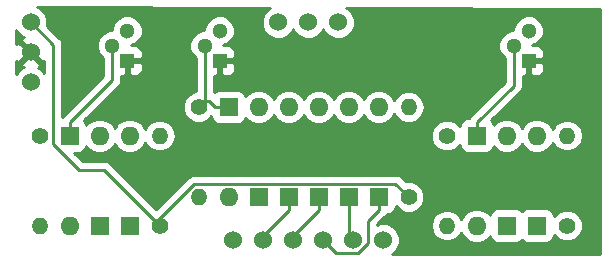
<source format=gbr>
G04 #@! TF.GenerationSoftware,KiCad,Pcbnew,(5.0.0)*
G04 #@! TF.CreationDate,2019-01-17T16:22:04+00:00*
G04 #@! TF.ProjectId,LS03,4C5330332E6B696361645F7063620000,rev?*
G04 #@! TF.SameCoordinates,Original*
G04 #@! TF.FileFunction,Copper,L2,Bot,Signal*
G04 #@! TF.FilePolarity,Positive*
%FSLAX46Y46*%
G04 Gerber Fmt 4.6, Leading zero omitted, Abs format (unit mm)*
G04 Created by KiCad (PCBNEW (5.0.0)) date 01/17/19 16:22:04*
%MOMM*%
%LPD*%
G01*
G04 APERTURE LIST*
G04 #@! TA.AperFunction,ComponentPad*
%ADD10R,1.600000X1.600000*%
G04 #@! TD*
G04 #@! TA.AperFunction,ComponentPad*
%ADD11O,1.600000X1.600000*%
G04 #@! TD*
G04 #@! TA.AperFunction,ComponentPad*
%ADD12C,1.524000*%
G04 #@! TD*
G04 #@! TA.AperFunction,ComponentPad*
%ADD13C,1.400000*%
G04 #@! TD*
G04 #@! TA.AperFunction,ComponentPad*
%ADD14O,1.400000X1.400000*%
G04 #@! TD*
G04 #@! TA.AperFunction,ComponentPad*
%ADD15R,1.300000X1.300000*%
G04 #@! TD*
G04 #@! TA.AperFunction,ComponentPad*
%ADD16C,1.300000*%
G04 #@! TD*
G04 #@! TA.AperFunction,Conductor*
%ADD17C,0.250000*%
G04 #@! TD*
G04 #@! TA.AperFunction,Conductor*
%ADD18C,0.254000*%
G04 #@! TD*
G04 APERTURE END LIST*
D10*
G04 #@! TO.P,D1,1*
G04 #@! TO.N,1*
X139827000Y-55943500D03*
D11*
G04 #@! TO.P,D1,2*
G04 #@! TO.N,Net-(D1-Pad2)*
X139827000Y-48323500D03*
G04 #@! TD*
G04 #@! TO.P,D2,2*
G04 #@! TO.N,Net-(D2-Pad2)*
X153289000Y-45910500D03*
D10*
G04 #@! TO.P,D2,1*
G04 #@! TO.N,2*
X153289000Y-53530500D03*
G04 #@! TD*
G04 #@! TO.P,D3,1*
G04 #@! TO.N,3*
X155829000Y-53530500D03*
D11*
G04 #@! TO.P,D3,2*
G04 #@! TO.N,Net-(D2-Pad2)*
X155829000Y-45910500D03*
G04 #@! TD*
G04 #@! TO.P,D4,2*
G04 #@! TO.N,Net-(D2-Pad2)*
X158369000Y-45910500D03*
D10*
G04 #@! TO.P,D4,1*
G04 #@! TO.N,5*
X158369000Y-53530500D03*
G04 #@! TD*
D11*
G04 #@! TO.P,D5,2*
G04 #@! TO.N,Net-(D2-Pad2)*
X160909000Y-45910500D03*
D10*
G04 #@! TO.P,D5,1*
G04 #@! TO.N,4*
X160909000Y-53530500D03*
G04 #@! TD*
G04 #@! TO.P,D6,1*
G04 #@! TO.N,6*
X174308000Y-55943500D03*
D11*
G04 #@! TO.P,D6,2*
G04 #@! TO.N,Net-(D11-Pad2)*
X174308000Y-48323500D03*
G04 #@! TD*
D10*
G04 #@! TO.P,D7,1*
G04 #@! TO.N,Net-(D7-Pad1)*
X137287000Y-55943500D03*
D11*
G04 #@! TO.P,D7,2*
G04 #@! TO.N,Net-(D1-Pad2)*
X137287000Y-48323500D03*
G04 #@! TD*
G04 #@! TO.P,D8,2*
G04 #@! TO.N,Net-(D7-Pad1)*
X134747000Y-55943500D03*
D10*
G04 #@! TO.P,D8,1*
G04 #@! TO.N,Net-(D8-Pad1)*
X134747000Y-48323500D03*
G04 #@! TD*
G04 #@! TO.P,D9,1*
G04 #@! TO.N,Net-(D10-Pad2)*
X150749000Y-53530500D03*
D11*
G04 #@! TO.P,D9,2*
G04 #@! TO.N,Net-(D2-Pad2)*
X150749000Y-45910500D03*
G04 #@! TD*
G04 #@! TO.P,D10,2*
G04 #@! TO.N,Net-(D10-Pad2)*
X148209000Y-53530500D03*
D10*
G04 #@! TO.P,D10,1*
G04 #@! TO.N,Net-(D10-Pad1)*
X148209000Y-45910500D03*
G04 #@! TD*
D11*
G04 #@! TO.P,D11,2*
G04 #@! TO.N,Net-(D11-Pad2)*
X171768000Y-48323500D03*
D10*
G04 #@! TO.P,D11,1*
G04 #@! TO.N,Net-(D11-Pad1)*
X171768000Y-55943500D03*
G04 #@! TD*
G04 #@! TO.P,D12,1*
G04 #@! TO.N,Net-(D12-Pad1)*
X169228000Y-48323500D03*
D11*
G04 #@! TO.P,D12,2*
G04 #@! TO.N,Net-(D11-Pad1)*
X169228000Y-55943500D03*
G04 #@! TD*
D12*
G04 #@! TO.P,J1,21*
G04 #@! TO.N,+6v*
X131457000Y-38746500D03*
G04 #@! TO.P,J1,22*
G04 #@! TO.N,0v*
X131457000Y-41286500D03*
G04 #@! TO.P,J1,23*
G04 #@! TO.N,-6v*
X131457000Y-43826500D03*
G04 #@! TO.P,J1,1*
G04 #@! TO.N,1*
X148602000Y-57161500D03*
G04 #@! TO.P,J1,2*
G04 #@! TO.N,2*
X151142000Y-57161500D03*
G04 #@! TO.P,J1,3*
G04 #@! TO.N,3*
X153682000Y-57161500D03*
G04 #@! TO.P,J1,4*
G04 #@! TO.N,4*
X156222000Y-57161500D03*
G04 #@! TO.P,J1,5*
G04 #@! TO.N,5*
X158762000Y-57161500D03*
G04 #@! TO.P,J1,6*
G04 #@! TO.N,6*
X161302000Y-57161500D03*
G04 #@! TO.P,J1,11*
G04 #@! TO.N,11*
X152412000Y-38746500D03*
G04 #@! TO.P,J1,12*
G04 #@! TO.N,12*
X154952000Y-38746500D03*
G04 #@! TO.P,J1,13*
G04 #@! TO.N,13*
X157492000Y-38746500D03*
G04 #@! TD*
D13*
G04 #@! TO.P,R1,1*
G04 #@! TO.N,Net-(D8-Pad1)*
X132207000Y-48323500D03*
D14*
G04 #@! TO.P,R1,2*
G04 #@! TO.N,-6v*
X132207000Y-55943500D03*
G04 #@! TD*
G04 #@! TO.P,R2,2*
G04 #@! TO.N,Net-(D1-Pad2)*
X142367000Y-48323500D03*
D13*
G04 #@! TO.P,R2,1*
G04 #@! TO.N,+6v*
X142367000Y-55943500D03*
G04 #@! TD*
G04 #@! TO.P,R3,1*
G04 #@! TO.N,Net-(D10-Pad1)*
X145669000Y-45910500D03*
D14*
G04 #@! TO.P,R3,2*
G04 #@! TO.N,-6v*
X145669000Y-53530500D03*
G04 #@! TD*
G04 #@! TO.P,R4,2*
G04 #@! TO.N,Net-(D2-Pad2)*
X163449000Y-45910500D03*
D13*
G04 #@! TO.P,R4,1*
G04 #@! TO.N,+6v*
X163449000Y-53530500D03*
G04 #@! TD*
D14*
G04 #@! TO.P,R5,2*
G04 #@! TO.N,-6v*
X166688000Y-55943500D03*
D13*
G04 #@! TO.P,R5,1*
G04 #@! TO.N,Net-(D12-Pad1)*
X166688000Y-48323500D03*
G04 #@! TD*
G04 #@! TO.P,R6,1*
G04 #@! TO.N,+6v*
X176848000Y-55943500D03*
D14*
G04 #@! TO.P,R6,2*
G04 #@! TO.N,Net-(D11-Pad2)*
X176848000Y-48323500D03*
G04 #@! TD*
D15*
G04 #@! TO.P,VT1,1*
G04 #@! TO.N,0v*
X139636000Y-41973500D03*
D16*
G04 #@! TO.P,VT1,3*
G04 #@! TO.N,11*
X139636000Y-39433500D03*
G04 #@! TO.P,VT1,2*
G04 #@! TO.N,Net-(D8-Pad1)*
X138366000Y-40703500D03*
G04 #@! TD*
D15*
G04 #@! TO.P,VT2,1*
G04 #@! TO.N,0v*
X147447000Y-41973500D03*
D16*
G04 #@! TO.P,VT2,3*
G04 #@! TO.N,12*
X147447000Y-39433500D03*
G04 #@! TO.P,VT2,2*
G04 #@! TO.N,Net-(D10-Pad1)*
X146177000Y-40703500D03*
G04 #@! TD*
G04 #@! TO.P,VT3,2*
G04 #@! TO.N,Net-(D12-Pad1)*
X172339000Y-40703500D03*
G04 #@! TO.P,VT3,3*
G04 #@! TO.N,13*
X173609000Y-39433500D03*
D15*
G04 #@! TO.P,VT3,1*
G04 #@! TO.N,0v*
X173609000Y-41973500D03*
G04 #@! TD*
D17*
G04 #@! TO.N,2*
X153289000Y-53530500D02*
X153289000Y-54655800D01*
X151142000Y-57161500D02*
X151142000Y-56802800D01*
X151142000Y-56802800D02*
X153289000Y-54655800D01*
G04 #@! TO.N,3*
X155829000Y-53530500D02*
X155829000Y-54655800D01*
X153682000Y-57161500D02*
X153682000Y-56802800D01*
X153682000Y-56802800D02*
X155829000Y-54655800D01*
G04 #@! TO.N,5*
X158762000Y-57161500D02*
X158369000Y-56768500D01*
X158369000Y-56768500D02*
X158369000Y-53530500D01*
G04 #@! TO.N,4*
X160909000Y-53530500D02*
X160909000Y-54655800D01*
X156222000Y-57161500D02*
X157315100Y-58254600D01*
X157315100Y-58254600D02*
X159208200Y-58254600D01*
X159208200Y-58254600D02*
X160032000Y-57430800D01*
X160032000Y-57430800D02*
X160032000Y-55532800D01*
X160032000Y-55532800D02*
X160909000Y-54655800D01*
G04 #@! TO.N,Net-(D8-Pad1)*
X134747000Y-48323500D02*
X134747000Y-47198200D01*
X138366000Y-40703500D02*
X138366000Y-43579200D01*
X138366000Y-43579200D02*
X134747000Y-47198200D01*
G04 #@! TO.N,Net-(D10-Pad1)*
X146177000Y-45402500D02*
X145669000Y-45910500D01*
X146177000Y-40703500D02*
X146177000Y-45402500D01*
X146177000Y-45402500D02*
X146575700Y-45402500D01*
X146575700Y-45402500D02*
X147083700Y-45910500D01*
X148209000Y-45910500D02*
X147083700Y-45910500D01*
G04 #@! TO.N,Net-(D12-Pad1)*
X169228000Y-48323500D02*
X169228000Y-47198200D01*
X172339000Y-40703500D02*
X172339000Y-44087200D01*
X172339000Y-44087200D02*
X169228000Y-47198200D01*
G04 #@! TO.N,+6v*
X142064300Y-55640800D02*
X137643300Y-51219800D01*
X137643300Y-51219800D02*
X135532800Y-51219800D01*
X135532800Y-51219800D02*
X133349700Y-49036700D01*
X133349700Y-49036700D02*
X133349700Y-40639200D01*
X133349700Y-40639200D02*
X131457000Y-38746500D01*
X142367000Y-55943500D02*
X142064300Y-55640800D01*
X142064300Y-55640800D02*
X145301300Y-52403800D01*
X145301300Y-52403800D02*
X162322300Y-52403800D01*
X162322300Y-52403800D02*
X163449000Y-53530500D01*
G04 #@! TD*
D18*
G04 #@! TO.N,0v*
G36*
X151753792Y-37507036D02*
X151620663Y-37562180D01*
X151227680Y-37955163D01*
X151015000Y-38468619D01*
X151015000Y-39024381D01*
X151227680Y-39537837D01*
X151620663Y-39930820D01*
X152134119Y-40143500D01*
X152689881Y-40143500D01*
X153203337Y-39930820D01*
X153596320Y-39537837D01*
X153682000Y-39330987D01*
X153767680Y-39537837D01*
X154160663Y-39930820D01*
X154674119Y-40143500D01*
X155229881Y-40143500D01*
X155743337Y-39930820D01*
X156136320Y-39537837D01*
X156222000Y-39330987D01*
X156307680Y-39537837D01*
X156700663Y-39930820D01*
X157214119Y-40143500D01*
X157769881Y-40143500D01*
X158283337Y-39930820D01*
X158676320Y-39537837D01*
X158889000Y-39024381D01*
X158889000Y-38468619D01*
X158676320Y-37955163D01*
X158283337Y-37562180D01*
X158189048Y-37523124D01*
X179655000Y-37576789D01*
X179655001Y-58370000D01*
X162034961Y-58370000D01*
X162093337Y-58345820D01*
X162486320Y-57952837D01*
X162699000Y-57439381D01*
X162699000Y-56883619D01*
X162486320Y-56370163D01*
X162093337Y-55977180D01*
X162012027Y-55943500D01*
X165326846Y-55943500D01*
X165430458Y-56464391D01*
X165725519Y-56905981D01*
X166167109Y-57201042D01*
X166556515Y-57278500D01*
X166819485Y-57278500D01*
X167208891Y-57201042D01*
X167650481Y-56905981D01*
X167897866Y-56535744D01*
X168193423Y-56978077D01*
X168668091Y-57295240D01*
X169086667Y-57378500D01*
X169369333Y-57378500D01*
X169787909Y-57295240D01*
X170262577Y-56978077D01*
X170343215Y-56857394D01*
X170369843Y-56991265D01*
X170510191Y-57201309D01*
X170720235Y-57341657D01*
X170968000Y-57390940D01*
X172568000Y-57390940D01*
X172815765Y-57341657D01*
X173025809Y-57201309D01*
X173038000Y-57183064D01*
X173050191Y-57201309D01*
X173260235Y-57341657D01*
X173508000Y-57390940D01*
X175108000Y-57390940D01*
X175355765Y-57341657D01*
X175565809Y-57201309D01*
X175706157Y-56991265D01*
X175755440Y-56743500D01*
X175755440Y-56738915D01*
X176091783Y-57075258D01*
X176582452Y-57278500D01*
X177113548Y-57278500D01*
X177604217Y-57075258D01*
X177979758Y-56699717D01*
X178183000Y-56209048D01*
X178183000Y-55677952D01*
X177979758Y-55187283D01*
X177604217Y-54811742D01*
X177113548Y-54608500D01*
X176582452Y-54608500D01*
X176091783Y-54811742D01*
X175755440Y-55148085D01*
X175755440Y-55143500D01*
X175706157Y-54895735D01*
X175565809Y-54685691D01*
X175355765Y-54545343D01*
X175108000Y-54496060D01*
X173508000Y-54496060D01*
X173260235Y-54545343D01*
X173050191Y-54685691D01*
X173038000Y-54703936D01*
X173025809Y-54685691D01*
X172815765Y-54545343D01*
X172568000Y-54496060D01*
X170968000Y-54496060D01*
X170720235Y-54545343D01*
X170510191Y-54685691D01*
X170369843Y-54895735D01*
X170343215Y-55029606D01*
X170262577Y-54908923D01*
X169787909Y-54591760D01*
X169369333Y-54508500D01*
X169086667Y-54508500D01*
X168668091Y-54591760D01*
X168193423Y-54908923D01*
X167897866Y-55351256D01*
X167650481Y-54981019D01*
X167208891Y-54685958D01*
X166819485Y-54608500D01*
X166556515Y-54608500D01*
X166167109Y-54685958D01*
X165725519Y-54981019D01*
X165430458Y-55422609D01*
X165326846Y-55943500D01*
X162012027Y-55943500D01*
X161579881Y-55764500D01*
X161024119Y-55764500D01*
X160792000Y-55860647D01*
X160792000Y-55847602D01*
X161393475Y-55246127D01*
X161456929Y-55203729D01*
X161499327Y-55140276D01*
X161499329Y-55140274D01*
X161605739Y-54981019D01*
X161607797Y-54977940D01*
X161709000Y-54977940D01*
X161956765Y-54928657D01*
X162166809Y-54788309D01*
X162307157Y-54578265D01*
X162356440Y-54330500D01*
X162356440Y-54325915D01*
X162692783Y-54662258D01*
X163183452Y-54865500D01*
X163714548Y-54865500D01*
X164205217Y-54662258D01*
X164580758Y-54286717D01*
X164784000Y-53796048D01*
X164784000Y-53264952D01*
X164580758Y-52774283D01*
X164205217Y-52398742D01*
X163714548Y-52195500D01*
X163188802Y-52195500D01*
X162912631Y-51919330D01*
X162870229Y-51855871D01*
X162618837Y-51687896D01*
X162397152Y-51643800D01*
X162397147Y-51643800D01*
X162322300Y-51628912D01*
X162247453Y-51643800D01*
X145376146Y-51643800D01*
X145301299Y-51628912D01*
X145226452Y-51643800D01*
X145226448Y-51643800D01*
X145004763Y-51687896D01*
X145004761Y-51687897D01*
X145004762Y-51687897D01*
X144816826Y-51813471D01*
X144816824Y-51813473D01*
X144753371Y-51855871D01*
X144710973Y-51919324D01*
X142064300Y-54565998D01*
X138233631Y-50735330D01*
X138191229Y-50671871D01*
X137939837Y-50503896D01*
X137718152Y-50459800D01*
X137718147Y-50459800D01*
X137643300Y-50444912D01*
X137568453Y-50459800D01*
X135847602Y-50459800D01*
X135158742Y-49770940D01*
X135547000Y-49770940D01*
X135794765Y-49721657D01*
X136004809Y-49581309D01*
X136145157Y-49371265D01*
X136171785Y-49237394D01*
X136252423Y-49358077D01*
X136727091Y-49675240D01*
X137145667Y-49758500D01*
X137428333Y-49758500D01*
X137846909Y-49675240D01*
X138321577Y-49358077D01*
X138557000Y-49005742D01*
X138792423Y-49358077D01*
X139267091Y-49675240D01*
X139685667Y-49758500D01*
X139968333Y-49758500D01*
X140386909Y-49675240D01*
X140861577Y-49358077D01*
X141157134Y-48915744D01*
X141404519Y-49285981D01*
X141846109Y-49581042D01*
X142235515Y-49658500D01*
X142498485Y-49658500D01*
X142887891Y-49581042D01*
X143329481Y-49285981D01*
X143624542Y-48844391D01*
X143728154Y-48323500D01*
X143675334Y-48057952D01*
X165353000Y-48057952D01*
X165353000Y-48589048D01*
X165556242Y-49079717D01*
X165931783Y-49455258D01*
X166422452Y-49658500D01*
X166953548Y-49658500D01*
X167444217Y-49455258D01*
X167780560Y-49118915D01*
X167780560Y-49123500D01*
X167829843Y-49371265D01*
X167970191Y-49581309D01*
X168180235Y-49721657D01*
X168428000Y-49770940D01*
X170028000Y-49770940D01*
X170275765Y-49721657D01*
X170485809Y-49581309D01*
X170626157Y-49371265D01*
X170652785Y-49237394D01*
X170733423Y-49358077D01*
X171208091Y-49675240D01*
X171626667Y-49758500D01*
X171909333Y-49758500D01*
X172327909Y-49675240D01*
X172802577Y-49358077D01*
X173038000Y-49005742D01*
X173273423Y-49358077D01*
X173748091Y-49675240D01*
X174166667Y-49758500D01*
X174449333Y-49758500D01*
X174867909Y-49675240D01*
X175342577Y-49358077D01*
X175638134Y-48915744D01*
X175885519Y-49285981D01*
X176327109Y-49581042D01*
X176716515Y-49658500D01*
X176979485Y-49658500D01*
X177368891Y-49581042D01*
X177810481Y-49285981D01*
X178105542Y-48844391D01*
X178209154Y-48323500D01*
X178105542Y-47802609D01*
X177810481Y-47361019D01*
X177368891Y-47065958D01*
X176979485Y-46988500D01*
X176716515Y-46988500D01*
X176327109Y-47065958D01*
X175885519Y-47361019D01*
X175638134Y-47731256D01*
X175342577Y-47288923D01*
X174867909Y-46971760D01*
X174449333Y-46888500D01*
X174166667Y-46888500D01*
X173748091Y-46971760D01*
X173273423Y-47288923D01*
X173038000Y-47641258D01*
X172802577Y-47288923D01*
X172327909Y-46971760D01*
X171909333Y-46888500D01*
X171626667Y-46888500D01*
X171208091Y-46971760D01*
X170733423Y-47288923D01*
X170652785Y-47409606D01*
X170626157Y-47275735D01*
X170485809Y-47065691D01*
X170455537Y-47045464D01*
X172823476Y-44677527D01*
X172886929Y-44635129D01*
X172929327Y-44571676D01*
X172929329Y-44571674D01*
X173054903Y-44383738D01*
X173054904Y-44383737D01*
X173099000Y-44162052D01*
X173099000Y-44162048D01*
X173113888Y-44087201D01*
X173099000Y-44012354D01*
X173099000Y-43258500D01*
X173323250Y-43258500D01*
X173482000Y-43099750D01*
X173482000Y-42100500D01*
X173736000Y-42100500D01*
X173736000Y-43099750D01*
X173894750Y-43258500D01*
X174385309Y-43258500D01*
X174618698Y-43161827D01*
X174797327Y-42983199D01*
X174894000Y-42749810D01*
X174894000Y-42259250D01*
X174735250Y-42100500D01*
X173736000Y-42100500D01*
X173482000Y-42100500D01*
X173462000Y-42100500D01*
X173462000Y-41846500D01*
X173482000Y-41846500D01*
X173482000Y-41826500D01*
X173736000Y-41826500D01*
X173736000Y-41846500D01*
X174735250Y-41846500D01*
X174894000Y-41687750D01*
X174894000Y-41197190D01*
X174797327Y-40963801D01*
X174618698Y-40785173D01*
X174385309Y-40688500D01*
X173937029Y-40688500D01*
X174336894Y-40522871D01*
X174698371Y-40161394D01*
X174894000Y-39689102D01*
X174894000Y-39177898D01*
X174698371Y-38705606D01*
X174336894Y-38344129D01*
X173864602Y-38148500D01*
X173353398Y-38148500D01*
X172881106Y-38344129D01*
X172519629Y-38705606D01*
X172324000Y-39177898D01*
X172324000Y-39418500D01*
X172083398Y-39418500D01*
X171611106Y-39614129D01*
X171249629Y-39975606D01*
X171054000Y-40447898D01*
X171054000Y-40959102D01*
X171249629Y-41431394D01*
X171579000Y-41760765D01*
X171579001Y-43772396D01*
X168743528Y-46607871D01*
X168680072Y-46650271D01*
X168637672Y-46713727D01*
X168637671Y-46713728D01*
X168529204Y-46876060D01*
X168428000Y-46876060D01*
X168180235Y-46925343D01*
X167970191Y-47065691D01*
X167829843Y-47275735D01*
X167780560Y-47523500D01*
X167780560Y-47528085D01*
X167444217Y-47191742D01*
X166953548Y-46988500D01*
X166422452Y-46988500D01*
X165931783Y-47191742D01*
X165556242Y-47567283D01*
X165353000Y-48057952D01*
X143675334Y-48057952D01*
X143624542Y-47802609D01*
X143329481Y-47361019D01*
X142887891Y-47065958D01*
X142498485Y-46988500D01*
X142235515Y-46988500D01*
X141846109Y-47065958D01*
X141404519Y-47361019D01*
X141157134Y-47731256D01*
X140861577Y-47288923D01*
X140386909Y-46971760D01*
X139968333Y-46888500D01*
X139685667Y-46888500D01*
X139267091Y-46971760D01*
X138792423Y-47288923D01*
X138557000Y-47641258D01*
X138321577Y-47288923D01*
X137846909Y-46971760D01*
X137428333Y-46888500D01*
X137145667Y-46888500D01*
X136727091Y-46971760D01*
X136252423Y-47288923D01*
X136171785Y-47409606D01*
X136145157Y-47275735D01*
X136004809Y-47065691D01*
X135974537Y-47045464D01*
X137375049Y-45644952D01*
X144334000Y-45644952D01*
X144334000Y-46176048D01*
X144537242Y-46666717D01*
X144912783Y-47042258D01*
X145403452Y-47245500D01*
X145934548Y-47245500D01*
X146425217Y-47042258D01*
X146761560Y-46705915D01*
X146761560Y-46710500D01*
X146810843Y-46958265D01*
X146951191Y-47168309D01*
X147161235Y-47308657D01*
X147409000Y-47357940D01*
X149009000Y-47357940D01*
X149256765Y-47308657D01*
X149466809Y-47168309D01*
X149607157Y-46958265D01*
X149633785Y-46824394D01*
X149714423Y-46945077D01*
X150189091Y-47262240D01*
X150607667Y-47345500D01*
X150890333Y-47345500D01*
X151308909Y-47262240D01*
X151783577Y-46945077D01*
X152019000Y-46592742D01*
X152254423Y-46945077D01*
X152729091Y-47262240D01*
X153147667Y-47345500D01*
X153430333Y-47345500D01*
X153848909Y-47262240D01*
X154323577Y-46945077D01*
X154559000Y-46592742D01*
X154794423Y-46945077D01*
X155269091Y-47262240D01*
X155687667Y-47345500D01*
X155970333Y-47345500D01*
X156388909Y-47262240D01*
X156863577Y-46945077D01*
X157099000Y-46592742D01*
X157334423Y-46945077D01*
X157809091Y-47262240D01*
X158227667Y-47345500D01*
X158510333Y-47345500D01*
X158928909Y-47262240D01*
X159403577Y-46945077D01*
X159639000Y-46592742D01*
X159874423Y-46945077D01*
X160349091Y-47262240D01*
X160767667Y-47345500D01*
X161050333Y-47345500D01*
X161468909Y-47262240D01*
X161943577Y-46945077D01*
X162239134Y-46502744D01*
X162486519Y-46872981D01*
X162928109Y-47168042D01*
X163317515Y-47245500D01*
X163580485Y-47245500D01*
X163969891Y-47168042D01*
X164411481Y-46872981D01*
X164706542Y-46431391D01*
X164810154Y-45910500D01*
X164706542Y-45389609D01*
X164411481Y-44948019D01*
X163969891Y-44652958D01*
X163580485Y-44575500D01*
X163317515Y-44575500D01*
X162928109Y-44652958D01*
X162486519Y-44948019D01*
X162239134Y-45318256D01*
X161943577Y-44875923D01*
X161468909Y-44558760D01*
X161050333Y-44475500D01*
X160767667Y-44475500D01*
X160349091Y-44558760D01*
X159874423Y-44875923D01*
X159639000Y-45228258D01*
X159403577Y-44875923D01*
X158928909Y-44558760D01*
X158510333Y-44475500D01*
X158227667Y-44475500D01*
X157809091Y-44558760D01*
X157334423Y-44875923D01*
X157099000Y-45228258D01*
X156863577Y-44875923D01*
X156388909Y-44558760D01*
X155970333Y-44475500D01*
X155687667Y-44475500D01*
X155269091Y-44558760D01*
X154794423Y-44875923D01*
X154559000Y-45228258D01*
X154323577Y-44875923D01*
X153848909Y-44558760D01*
X153430333Y-44475500D01*
X153147667Y-44475500D01*
X152729091Y-44558760D01*
X152254423Y-44875923D01*
X152019000Y-45228258D01*
X151783577Y-44875923D01*
X151308909Y-44558760D01*
X150890333Y-44475500D01*
X150607667Y-44475500D01*
X150189091Y-44558760D01*
X149714423Y-44875923D01*
X149633785Y-44996606D01*
X149607157Y-44862735D01*
X149466809Y-44652691D01*
X149256765Y-44512343D01*
X149009000Y-44463060D01*
X147409000Y-44463060D01*
X147161235Y-44512343D01*
X146951191Y-44652691D01*
X146937000Y-44673929D01*
X146937000Y-43258500D01*
X147161250Y-43258500D01*
X147320000Y-43099750D01*
X147320000Y-42100500D01*
X147574000Y-42100500D01*
X147574000Y-43099750D01*
X147732750Y-43258500D01*
X148223309Y-43258500D01*
X148456698Y-43161827D01*
X148635327Y-42983199D01*
X148732000Y-42749810D01*
X148732000Y-42259250D01*
X148573250Y-42100500D01*
X147574000Y-42100500D01*
X147320000Y-42100500D01*
X147300000Y-42100500D01*
X147300000Y-41846500D01*
X147320000Y-41846500D01*
X147320000Y-41826500D01*
X147574000Y-41826500D01*
X147574000Y-41846500D01*
X148573250Y-41846500D01*
X148732000Y-41687750D01*
X148732000Y-41197190D01*
X148635327Y-40963801D01*
X148456698Y-40785173D01*
X148223309Y-40688500D01*
X147775029Y-40688500D01*
X148174894Y-40522871D01*
X148536371Y-40161394D01*
X148732000Y-39689102D01*
X148732000Y-39177898D01*
X148536371Y-38705606D01*
X148174894Y-38344129D01*
X147702602Y-38148500D01*
X147191398Y-38148500D01*
X146719106Y-38344129D01*
X146357629Y-38705606D01*
X146162000Y-39177898D01*
X146162000Y-39418500D01*
X145921398Y-39418500D01*
X145449106Y-39614129D01*
X145087629Y-39975606D01*
X144892000Y-40447898D01*
X144892000Y-40959102D01*
X145087629Y-41431394D01*
X145417000Y-41760765D01*
X145417001Y-44575500D01*
X145403452Y-44575500D01*
X144912783Y-44778742D01*
X144537242Y-45154283D01*
X144334000Y-45644952D01*
X137375049Y-45644952D01*
X138850473Y-44169529D01*
X138913929Y-44127129D01*
X139081904Y-43875737D01*
X139126000Y-43654052D01*
X139126000Y-43654047D01*
X139140888Y-43579200D01*
X139126000Y-43504353D01*
X139126000Y-43258500D01*
X139350250Y-43258500D01*
X139509000Y-43099750D01*
X139509000Y-42100500D01*
X139763000Y-42100500D01*
X139763000Y-43099750D01*
X139921750Y-43258500D01*
X140412309Y-43258500D01*
X140645698Y-43161827D01*
X140824327Y-42983199D01*
X140921000Y-42749810D01*
X140921000Y-42259250D01*
X140762250Y-42100500D01*
X139763000Y-42100500D01*
X139509000Y-42100500D01*
X139489000Y-42100500D01*
X139489000Y-41846500D01*
X139509000Y-41846500D01*
X139509000Y-41826500D01*
X139763000Y-41826500D01*
X139763000Y-41846500D01*
X140762250Y-41846500D01*
X140921000Y-41687750D01*
X140921000Y-41197190D01*
X140824327Y-40963801D01*
X140645698Y-40785173D01*
X140412309Y-40688500D01*
X139964029Y-40688500D01*
X140363894Y-40522871D01*
X140725371Y-40161394D01*
X140921000Y-39689102D01*
X140921000Y-39177898D01*
X140725371Y-38705606D01*
X140363894Y-38344129D01*
X139891602Y-38148500D01*
X139380398Y-38148500D01*
X138908106Y-38344129D01*
X138546629Y-38705606D01*
X138351000Y-39177898D01*
X138351000Y-39418500D01*
X138110398Y-39418500D01*
X137638106Y-39614129D01*
X137276629Y-39975606D01*
X137081000Y-40447898D01*
X137081000Y-40959102D01*
X137276629Y-41431394D01*
X137606000Y-41760765D01*
X137606001Y-43264397D01*
X134262528Y-46607871D01*
X134199072Y-46650271D01*
X134156672Y-46713727D01*
X134156671Y-46713728D01*
X134109700Y-46784025D01*
X134109700Y-40714046D01*
X134124588Y-40639199D01*
X134109700Y-40564352D01*
X134109700Y-40564348D01*
X134065604Y-40342663D01*
X133897629Y-40091271D01*
X133834173Y-40048871D01*
X132841020Y-39055718D01*
X132854000Y-39024381D01*
X132854000Y-38468619D01*
X132641320Y-37955163D01*
X132248337Y-37562180D01*
X131995959Y-37457642D01*
X151753792Y-37507036D01*
X151753792Y-37507036D01*
G37*
X151753792Y-37507036D02*
X151620663Y-37562180D01*
X151227680Y-37955163D01*
X151015000Y-38468619D01*
X151015000Y-39024381D01*
X151227680Y-39537837D01*
X151620663Y-39930820D01*
X152134119Y-40143500D01*
X152689881Y-40143500D01*
X153203337Y-39930820D01*
X153596320Y-39537837D01*
X153682000Y-39330987D01*
X153767680Y-39537837D01*
X154160663Y-39930820D01*
X154674119Y-40143500D01*
X155229881Y-40143500D01*
X155743337Y-39930820D01*
X156136320Y-39537837D01*
X156222000Y-39330987D01*
X156307680Y-39537837D01*
X156700663Y-39930820D01*
X157214119Y-40143500D01*
X157769881Y-40143500D01*
X158283337Y-39930820D01*
X158676320Y-39537837D01*
X158889000Y-39024381D01*
X158889000Y-38468619D01*
X158676320Y-37955163D01*
X158283337Y-37562180D01*
X158189048Y-37523124D01*
X179655000Y-37576789D01*
X179655001Y-58370000D01*
X162034961Y-58370000D01*
X162093337Y-58345820D01*
X162486320Y-57952837D01*
X162699000Y-57439381D01*
X162699000Y-56883619D01*
X162486320Y-56370163D01*
X162093337Y-55977180D01*
X162012027Y-55943500D01*
X165326846Y-55943500D01*
X165430458Y-56464391D01*
X165725519Y-56905981D01*
X166167109Y-57201042D01*
X166556515Y-57278500D01*
X166819485Y-57278500D01*
X167208891Y-57201042D01*
X167650481Y-56905981D01*
X167897866Y-56535744D01*
X168193423Y-56978077D01*
X168668091Y-57295240D01*
X169086667Y-57378500D01*
X169369333Y-57378500D01*
X169787909Y-57295240D01*
X170262577Y-56978077D01*
X170343215Y-56857394D01*
X170369843Y-56991265D01*
X170510191Y-57201309D01*
X170720235Y-57341657D01*
X170968000Y-57390940D01*
X172568000Y-57390940D01*
X172815765Y-57341657D01*
X173025809Y-57201309D01*
X173038000Y-57183064D01*
X173050191Y-57201309D01*
X173260235Y-57341657D01*
X173508000Y-57390940D01*
X175108000Y-57390940D01*
X175355765Y-57341657D01*
X175565809Y-57201309D01*
X175706157Y-56991265D01*
X175755440Y-56743500D01*
X175755440Y-56738915D01*
X176091783Y-57075258D01*
X176582452Y-57278500D01*
X177113548Y-57278500D01*
X177604217Y-57075258D01*
X177979758Y-56699717D01*
X178183000Y-56209048D01*
X178183000Y-55677952D01*
X177979758Y-55187283D01*
X177604217Y-54811742D01*
X177113548Y-54608500D01*
X176582452Y-54608500D01*
X176091783Y-54811742D01*
X175755440Y-55148085D01*
X175755440Y-55143500D01*
X175706157Y-54895735D01*
X175565809Y-54685691D01*
X175355765Y-54545343D01*
X175108000Y-54496060D01*
X173508000Y-54496060D01*
X173260235Y-54545343D01*
X173050191Y-54685691D01*
X173038000Y-54703936D01*
X173025809Y-54685691D01*
X172815765Y-54545343D01*
X172568000Y-54496060D01*
X170968000Y-54496060D01*
X170720235Y-54545343D01*
X170510191Y-54685691D01*
X170369843Y-54895735D01*
X170343215Y-55029606D01*
X170262577Y-54908923D01*
X169787909Y-54591760D01*
X169369333Y-54508500D01*
X169086667Y-54508500D01*
X168668091Y-54591760D01*
X168193423Y-54908923D01*
X167897866Y-55351256D01*
X167650481Y-54981019D01*
X167208891Y-54685958D01*
X166819485Y-54608500D01*
X166556515Y-54608500D01*
X166167109Y-54685958D01*
X165725519Y-54981019D01*
X165430458Y-55422609D01*
X165326846Y-55943500D01*
X162012027Y-55943500D01*
X161579881Y-55764500D01*
X161024119Y-55764500D01*
X160792000Y-55860647D01*
X160792000Y-55847602D01*
X161393475Y-55246127D01*
X161456929Y-55203729D01*
X161499327Y-55140276D01*
X161499329Y-55140274D01*
X161605739Y-54981019D01*
X161607797Y-54977940D01*
X161709000Y-54977940D01*
X161956765Y-54928657D01*
X162166809Y-54788309D01*
X162307157Y-54578265D01*
X162356440Y-54330500D01*
X162356440Y-54325915D01*
X162692783Y-54662258D01*
X163183452Y-54865500D01*
X163714548Y-54865500D01*
X164205217Y-54662258D01*
X164580758Y-54286717D01*
X164784000Y-53796048D01*
X164784000Y-53264952D01*
X164580758Y-52774283D01*
X164205217Y-52398742D01*
X163714548Y-52195500D01*
X163188802Y-52195500D01*
X162912631Y-51919330D01*
X162870229Y-51855871D01*
X162618837Y-51687896D01*
X162397152Y-51643800D01*
X162397147Y-51643800D01*
X162322300Y-51628912D01*
X162247453Y-51643800D01*
X145376146Y-51643800D01*
X145301299Y-51628912D01*
X145226452Y-51643800D01*
X145226448Y-51643800D01*
X145004763Y-51687896D01*
X145004761Y-51687897D01*
X145004762Y-51687897D01*
X144816826Y-51813471D01*
X144816824Y-51813473D01*
X144753371Y-51855871D01*
X144710973Y-51919324D01*
X142064300Y-54565998D01*
X138233631Y-50735330D01*
X138191229Y-50671871D01*
X137939837Y-50503896D01*
X137718152Y-50459800D01*
X137718147Y-50459800D01*
X137643300Y-50444912D01*
X137568453Y-50459800D01*
X135847602Y-50459800D01*
X135158742Y-49770940D01*
X135547000Y-49770940D01*
X135794765Y-49721657D01*
X136004809Y-49581309D01*
X136145157Y-49371265D01*
X136171785Y-49237394D01*
X136252423Y-49358077D01*
X136727091Y-49675240D01*
X137145667Y-49758500D01*
X137428333Y-49758500D01*
X137846909Y-49675240D01*
X138321577Y-49358077D01*
X138557000Y-49005742D01*
X138792423Y-49358077D01*
X139267091Y-49675240D01*
X139685667Y-49758500D01*
X139968333Y-49758500D01*
X140386909Y-49675240D01*
X140861577Y-49358077D01*
X141157134Y-48915744D01*
X141404519Y-49285981D01*
X141846109Y-49581042D01*
X142235515Y-49658500D01*
X142498485Y-49658500D01*
X142887891Y-49581042D01*
X143329481Y-49285981D01*
X143624542Y-48844391D01*
X143728154Y-48323500D01*
X143675334Y-48057952D01*
X165353000Y-48057952D01*
X165353000Y-48589048D01*
X165556242Y-49079717D01*
X165931783Y-49455258D01*
X166422452Y-49658500D01*
X166953548Y-49658500D01*
X167444217Y-49455258D01*
X167780560Y-49118915D01*
X167780560Y-49123500D01*
X167829843Y-49371265D01*
X167970191Y-49581309D01*
X168180235Y-49721657D01*
X168428000Y-49770940D01*
X170028000Y-49770940D01*
X170275765Y-49721657D01*
X170485809Y-49581309D01*
X170626157Y-49371265D01*
X170652785Y-49237394D01*
X170733423Y-49358077D01*
X171208091Y-49675240D01*
X171626667Y-49758500D01*
X171909333Y-49758500D01*
X172327909Y-49675240D01*
X172802577Y-49358077D01*
X173038000Y-49005742D01*
X173273423Y-49358077D01*
X173748091Y-49675240D01*
X174166667Y-49758500D01*
X174449333Y-49758500D01*
X174867909Y-49675240D01*
X175342577Y-49358077D01*
X175638134Y-48915744D01*
X175885519Y-49285981D01*
X176327109Y-49581042D01*
X176716515Y-49658500D01*
X176979485Y-49658500D01*
X177368891Y-49581042D01*
X177810481Y-49285981D01*
X178105542Y-48844391D01*
X178209154Y-48323500D01*
X178105542Y-47802609D01*
X177810481Y-47361019D01*
X177368891Y-47065958D01*
X176979485Y-46988500D01*
X176716515Y-46988500D01*
X176327109Y-47065958D01*
X175885519Y-47361019D01*
X175638134Y-47731256D01*
X175342577Y-47288923D01*
X174867909Y-46971760D01*
X174449333Y-46888500D01*
X174166667Y-46888500D01*
X173748091Y-46971760D01*
X173273423Y-47288923D01*
X173038000Y-47641258D01*
X172802577Y-47288923D01*
X172327909Y-46971760D01*
X171909333Y-46888500D01*
X171626667Y-46888500D01*
X171208091Y-46971760D01*
X170733423Y-47288923D01*
X170652785Y-47409606D01*
X170626157Y-47275735D01*
X170485809Y-47065691D01*
X170455537Y-47045464D01*
X172823476Y-44677527D01*
X172886929Y-44635129D01*
X172929327Y-44571676D01*
X172929329Y-44571674D01*
X173054903Y-44383738D01*
X173054904Y-44383737D01*
X173099000Y-44162052D01*
X173099000Y-44162048D01*
X173113888Y-44087201D01*
X173099000Y-44012354D01*
X173099000Y-43258500D01*
X173323250Y-43258500D01*
X173482000Y-43099750D01*
X173482000Y-42100500D01*
X173736000Y-42100500D01*
X173736000Y-43099750D01*
X173894750Y-43258500D01*
X174385309Y-43258500D01*
X174618698Y-43161827D01*
X174797327Y-42983199D01*
X174894000Y-42749810D01*
X174894000Y-42259250D01*
X174735250Y-42100500D01*
X173736000Y-42100500D01*
X173482000Y-42100500D01*
X173462000Y-42100500D01*
X173462000Y-41846500D01*
X173482000Y-41846500D01*
X173482000Y-41826500D01*
X173736000Y-41826500D01*
X173736000Y-41846500D01*
X174735250Y-41846500D01*
X174894000Y-41687750D01*
X174894000Y-41197190D01*
X174797327Y-40963801D01*
X174618698Y-40785173D01*
X174385309Y-40688500D01*
X173937029Y-40688500D01*
X174336894Y-40522871D01*
X174698371Y-40161394D01*
X174894000Y-39689102D01*
X174894000Y-39177898D01*
X174698371Y-38705606D01*
X174336894Y-38344129D01*
X173864602Y-38148500D01*
X173353398Y-38148500D01*
X172881106Y-38344129D01*
X172519629Y-38705606D01*
X172324000Y-39177898D01*
X172324000Y-39418500D01*
X172083398Y-39418500D01*
X171611106Y-39614129D01*
X171249629Y-39975606D01*
X171054000Y-40447898D01*
X171054000Y-40959102D01*
X171249629Y-41431394D01*
X171579000Y-41760765D01*
X171579001Y-43772396D01*
X168743528Y-46607871D01*
X168680072Y-46650271D01*
X168637672Y-46713727D01*
X168637671Y-46713728D01*
X168529204Y-46876060D01*
X168428000Y-46876060D01*
X168180235Y-46925343D01*
X167970191Y-47065691D01*
X167829843Y-47275735D01*
X167780560Y-47523500D01*
X167780560Y-47528085D01*
X167444217Y-47191742D01*
X166953548Y-46988500D01*
X166422452Y-46988500D01*
X165931783Y-47191742D01*
X165556242Y-47567283D01*
X165353000Y-48057952D01*
X143675334Y-48057952D01*
X143624542Y-47802609D01*
X143329481Y-47361019D01*
X142887891Y-47065958D01*
X142498485Y-46988500D01*
X142235515Y-46988500D01*
X141846109Y-47065958D01*
X141404519Y-47361019D01*
X141157134Y-47731256D01*
X140861577Y-47288923D01*
X140386909Y-46971760D01*
X139968333Y-46888500D01*
X139685667Y-46888500D01*
X139267091Y-46971760D01*
X138792423Y-47288923D01*
X138557000Y-47641258D01*
X138321577Y-47288923D01*
X137846909Y-46971760D01*
X137428333Y-46888500D01*
X137145667Y-46888500D01*
X136727091Y-46971760D01*
X136252423Y-47288923D01*
X136171785Y-47409606D01*
X136145157Y-47275735D01*
X136004809Y-47065691D01*
X135974537Y-47045464D01*
X137375049Y-45644952D01*
X144334000Y-45644952D01*
X144334000Y-46176048D01*
X144537242Y-46666717D01*
X144912783Y-47042258D01*
X145403452Y-47245500D01*
X145934548Y-47245500D01*
X146425217Y-47042258D01*
X146761560Y-46705915D01*
X146761560Y-46710500D01*
X146810843Y-46958265D01*
X146951191Y-47168309D01*
X147161235Y-47308657D01*
X147409000Y-47357940D01*
X149009000Y-47357940D01*
X149256765Y-47308657D01*
X149466809Y-47168309D01*
X149607157Y-46958265D01*
X149633785Y-46824394D01*
X149714423Y-46945077D01*
X150189091Y-47262240D01*
X150607667Y-47345500D01*
X150890333Y-47345500D01*
X151308909Y-47262240D01*
X151783577Y-46945077D01*
X152019000Y-46592742D01*
X152254423Y-46945077D01*
X152729091Y-47262240D01*
X153147667Y-47345500D01*
X153430333Y-47345500D01*
X153848909Y-47262240D01*
X154323577Y-46945077D01*
X154559000Y-46592742D01*
X154794423Y-46945077D01*
X155269091Y-47262240D01*
X155687667Y-47345500D01*
X155970333Y-47345500D01*
X156388909Y-47262240D01*
X156863577Y-46945077D01*
X157099000Y-46592742D01*
X157334423Y-46945077D01*
X157809091Y-47262240D01*
X158227667Y-47345500D01*
X158510333Y-47345500D01*
X158928909Y-47262240D01*
X159403577Y-46945077D01*
X159639000Y-46592742D01*
X159874423Y-46945077D01*
X160349091Y-47262240D01*
X160767667Y-47345500D01*
X161050333Y-47345500D01*
X161468909Y-47262240D01*
X161943577Y-46945077D01*
X162239134Y-46502744D01*
X162486519Y-46872981D01*
X162928109Y-47168042D01*
X163317515Y-47245500D01*
X163580485Y-47245500D01*
X163969891Y-47168042D01*
X164411481Y-46872981D01*
X164706542Y-46431391D01*
X164810154Y-45910500D01*
X164706542Y-45389609D01*
X164411481Y-44948019D01*
X163969891Y-44652958D01*
X163580485Y-44575500D01*
X163317515Y-44575500D01*
X162928109Y-44652958D01*
X162486519Y-44948019D01*
X162239134Y-45318256D01*
X161943577Y-44875923D01*
X161468909Y-44558760D01*
X161050333Y-44475500D01*
X160767667Y-44475500D01*
X160349091Y-44558760D01*
X159874423Y-44875923D01*
X159639000Y-45228258D01*
X159403577Y-44875923D01*
X158928909Y-44558760D01*
X158510333Y-44475500D01*
X158227667Y-44475500D01*
X157809091Y-44558760D01*
X157334423Y-44875923D01*
X157099000Y-45228258D01*
X156863577Y-44875923D01*
X156388909Y-44558760D01*
X155970333Y-44475500D01*
X155687667Y-44475500D01*
X155269091Y-44558760D01*
X154794423Y-44875923D01*
X154559000Y-45228258D01*
X154323577Y-44875923D01*
X153848909Y-44558760D01*
X153430333Y-44475500D01*
X153147667Y-44475500D01*
X152729091Y-44558760D01*
X152254423Y-44875923D01*
X152019000Y-45228258D01*
X151783577Y-44875923D01*
X151308909Y-44558760D01*
X150890333Y-44475500D01*
X150607667Y-44475500D01*
X150189091Y-44558760D01*
X149714423Y-44875923D01*
X149633785Y-44996606D01*
X149607157Y-44862735D01*
X149466809Y-44652691D01*
X149256765Y-44512343D01*
X149009000Y-44463060D01*
X147409000Y-44463060D01*
X147161235Y-44512343D01*
X146951191Y-44652691D01*
X146937000Y-44673929D01*
X146937000Y-43258500D01*
X147161250Y-43258500D01*
X147320000Y-43099750D01*
X147320000Y-42100500D01*
X147574000Y-42100500D01*
X147574000Y-43099750D01*
X147732750Y-43258500D01*
X148223309Y-43258500D01*
X148456698Y-43161827D01*
X148635327Y-42983199D01*
X148732000Y-42749810D01*
X148732000Y-42259250D01*
X148573250Y-42100500D01*
X147574000Y-42100500D01*
X147320000Y-42100500D01*
X147300000Y-42100500D01*
X147300000Y-41846500D01*
X147320000Y-41846500D01*
X147320000Y-41826500D01*
X147574000Y-41826500D01*
X147574000Y-41846500D01*
X148573250Y-41846500D01*
X148732000Y-41687750D01*
X148732000Y-41197190D01*
X148635327Y-40963801D01*
X148456698Y-40785173D01*
X148223309Y-40688500D01*
X147775029Y-40688500D01*
X148174894Y-40522871D01*
X148536371Y-40161394D01*
X148732000Y-39689102D01*
X148732000Y-39177898D01*
X148536371Y-38705606D01*
X148174894Y-38344129D01*
X147702602Y-38148500D01*
X147191398Y-38148500D01*
X146719106Y-38344129D01*
X146357629Y-38705606D01*
X146162000Y-39177898D01*
X146162000Y-39418500D01*
X145921398Y-39418500D01*
X145449106Y-39614129D01*
X145087629Y-39975606D01*
X144892000Y-40447898D01*
X144892000Y-40959102D01*
X145087629Y-41431394D01*
X145417000Y-41760765D01*
X145417001Y-44575500D01*
X145403452Y-44575500D01*
X144912783Y-44778742D01*
X144537242Y-45154283D01*
X144334000Y-45644952D01*
X137375049Y-45644952D01*
X138850473Y-44169529D01*
X138913929Y-44127129D01*
X139081904Y-43875737D01*
X139126000Y-43654052D01*
X139126000Y-43654047D01*
X139140888Y-43579200D01*
X139126000Y-43504353D01*
X139126000Y-43258500D01*
X139350250Y-43258500D01*
X139509000Y-43099750D01*
X139509000Y-42100500D01*
X139763000Y-42100500D01*
X139763000Y-43099750D01*
X139921750Y-43258500D01*
X140412309Y-43258500D01*
X140645698Y-43161827D01*
X140824327Y-42983199D01*
X140921000Y-42749810D01*
X140921000Y-42259250D01*
X140762250Y-42100500D01*
X139763000Y-42100500D01*
X139509000Y-42100500D01*
X139489000Y-42100500D01*
X139489000Y-41846500D01*
X139509000Y-41846500D01*
X139509000Y-41826500D01*
X139763000Y-41826500D01*
X139763000Y-41846500D01*
X140762250Y-41846500D01*
X140921000Y-41687750D01*
X140921000Y-41197190D01*
X140824327Y-40963801D01*
X140645698Y-40785173D01*
X140412309Y-40688500D01*
X139964029Y-40688500D01*
X140363894Y-40522871D01*
X140725371Y-40161394D01*
X140921000Y-39689102D01*
X140921000Y-39177898D01*
X140725371Y-38705606D01*
X140363894Y-38344129D01*
X139891602Y-38148500D01*
X139380398Y-38148500D01*
X138908106Y-38344129D01*
X138546629Y-38705606D01*
X138351000Y-39177898D01*
X138351000Y-39418500D01*
X138110398Y-39418500D01*
X137638106Y-39614129D01*
X137276629Y-39975606D01*
X137081000Y-40447898D01*
X137081000Y-40959102D01*
X137276629Y-41431394D01*
X137606000Y-41760765D01*
X137606001Y-43264397D01*
X134262528Y-46607871D01*
X134199072Y-46650271D01*
X134156672Y-46713727D01*
X134156671Y-46713728D01*
X134109700Y-46784025D01*
X134109700Y-40714046D01*
X134124588Y-40639199D01*
X134109700Y-40564352D01*
X134109700Y-40564348D01*
X134065604Y-40342663D01*
X133897629Y-40091271D01*
X133834173Y-40048871D01*
X132841020Y-39055718D01*
X132854000Y-39024381D01*
X132854000Y-38468619D01*
X132641320Y-37955163D01*
X132248337Y-37562180D01*
X131995959Y-37457642D01*
X151753792Y-37507036D01*
G36*
X130272680Y-39537837D02*
X130665663Y-39930820D01*
X130856647Y-40009928D01*
X130725857Y-40064103D01*
X130656392Y-40306287D01*
X131457000Y-41106895D01*
X131471143Y-41092753D01*
X131650748Y-41272358D01*
X131636605Y-41286500D01*
X132437213Y-42087108D01*
X132589701Y-42043370D01*
X132589701Y-42983544D01*
X132248337Y-42642180D01*
X132057353Y-42563072D01*
X132188143Y-42508897D01*
X132257608Y-42266713D01*
X131457000Y-41466105D01*
X130656392Y-42266713D01*
X130725857Y-42508897D01*
X130866393Y-42559035D01*
X130665663Y-42642180D01*
X130272680Y-43035163D01*
X130225000Y-43150273D01*
X130225000Y-41994459D01*
X130234603Y-42017643D01*
X130476787Y-42087108D01*
X131277395Y-41286500D01*
X130476787Y-40485892D01*
X130234603Y-40555357D01*
X130225000Y-40582274D01*
X130225000Y-39422727D01*
X130272680Y-39537837D01*
X130272680Y-39537837D01*
G37*
X130272680Y-39537837D02*
X130665663Y-39930820D01*
X130856647Y-40009928D01*
X130725857Y-40064103D01*
X130656392Y-40306287D01*
X131457000Y-41106895D01*
X131471143Y-41092753D01*
X131650748Y-41272358D01*
X131636605Y-41286500D01*
X132437213Y-42087108D01*
X132589701Y-42043370D01*
X132589701Y-42983544D01*
X132248337Y-42642180D01*
X132057353Y-42563072D01*
X132188143Y-42508897D01*
X132257608Y-42266713D01*
X131457000Y-41466105D01*
X130656392Y-42266713D01*
X130725857Y-42508897D01*
X130866393Y-42559035D01*
X130665663Y-42642180D01*
X130272680Y-43035163D01*
X130225000Y-43150273D01*
X130225000Y-41994459D01*
X130234603Y-42017643D01*
X130476787Y-42087108D01*
X131277395Y-41286500D01*
X130476787Y-40485892D01*
X130234603Y-40555357D01*
X130225000Y-40582274D01*
X130225000Y-39422727D01*
X130272680Y-39537837D01*
G04 #@! TD*
M02*

</source>
